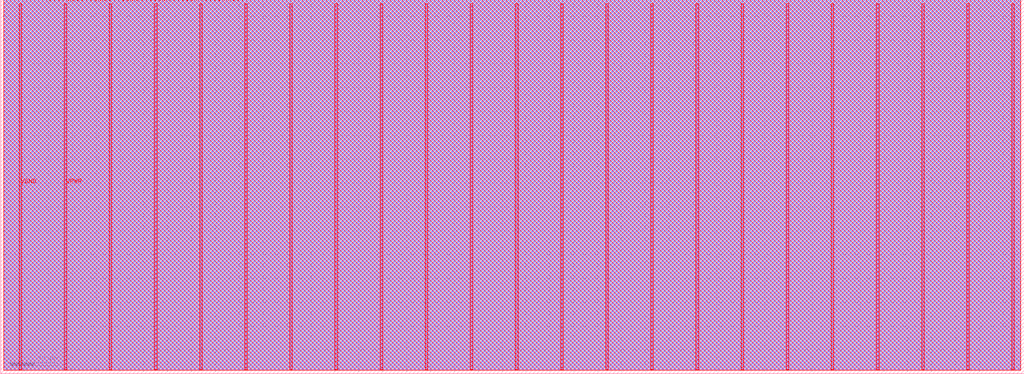
<source format=lef>
VERSION 5.8 ;
BUSBITCHARS "[]" ;
DIVIDERCHAR "/" ;
UNITS
    DATABASE MICRONS 1000 ;
END UNITS

VIA tt_um_urish_silife_max_via1_2_2200_440_1_5_410_410
  VIARULE via1Array ;
  CUTSIZE 0.19 0.19 ;
  LAYERS Metal1 Via1 Metal2 ;
  CUTSPACING 0.22 0.22 ;
  ENCLOSURE 0.01 0.125 0.05 0.005 ;
  ROWCOL 1 5 ;
END tt_um_urish_silife_max_via1_2_2200_440_1_5_410_410

VIA tt_um_urish_silife_max_via2_3_2200_440_1_5_410_410
  VIARULE via2Array ;
  CUTSIZE 0.19 0.19 ;
  LAYERS Metal2 Via2 Metal3 ;
  CUTSPACING 0.22 0.22 ;
  ENCLOSURE 0.05 0.005 0.005 0.05 ;
  ROWCOL 1 5 ;
END tt_um_urish_silife_max_via2_3_2200_440_1_5_410_410

VIA tt_um_urish_silife_max_via3_4_2200_440_1_5_410_410
  VIARULE via3Array ;
  CUTSIZE 0.19 0.19 ;
  LAYERS Metal3 Via3 Metal4 ;
  CUTSPACING 0.22 0.22 ;
  ENCLOSURE 0.005 0.05 0.05 0.005 ;
  ROWCOL 1 5 ;
END tt_um_urish_silife_max_via3_4_2200_440_1_5_410_410

VIA tt_um_urish_silife_max_via4_5_2200_440_1_5_410_410
  VIARULE via4Array ;
  CUTSIZE 0.19 0.19 ;
  LAYERS Metal4 Via4 Metal5 ;
  CUTSPACING 0.22 0.22 ;
  ENCLOSURE 0.05 0.005 0.185 0.05 ;
  ROWCOL 1 5 ;
END tt_um_urish_silife_max_via4_5_2200_440_1_5_410_410

MACRO tt_um_urish_silife_max
  FOREIGN tt_um_urish_silife_max 0 0 ;
  CLASS BLOCK ;
  SIZE 857.28 BY 313.74 ;
  PIN clk
    DIRECTION INPUT ;
    USE SIGNAL ;
    PORT
      LAYER Metal5 ;
        RECT  198.57 312.74 198.87 313.74 ;
    END
  END clk
  PIN ena
    DIRECTION INPUT ;
    USE SIGNAL ;
    PORT
      LAYER Metal5 ;
        RECT  202.41 312.74 202.71 313.74 ;
    END
  END ena
  PIN rst_n
    DIRECTION INPUT ;
    USE SIGNAL ;
    PORT
      LAYER Metal5 ;
        RECT  194.73 312.74 195.03 313.74 ;
    END
  END rst_n
  PIN ui_in[0]
    DIRECTION INPUT ;
    USE SIGNAL ;
    PORT
      LAYER Metal5 ;
        RECT  190.89 312.74 191.19 313.74 ;
    END
  END ui_in[0]
  PIN ui_in[1]
    DIRECTION INPUT ;
    USE SIGNAL ;
    PORT
      LAYER Metal5 ;
        RECT  187.05 312.74 187.35 313.74 ;
    END
  END ui_in[1]
  PIN ui_in[2]
    DIRECTION INPUT ;
    USE SIGNAL ;
    PORT
      LAYER Metal5 ;
        RECT  183.21 312.74 183.51 313.74 ;
    END
  END ui_in[2]
  PIN ui_in[3]
    DIRECTION INPUT ;
    USE SIGNAL ;
    PORT
      LAYER Metal5 ;
        RECT  179.37 312.74 179.67 313.74 ;
    END
  END ui_in[3]
  PIN ui_in[4]
    DIRECTION INPUT ;
    USE SIGNAL ;
    PORT
      LAYER Metal5 ;
        RECT  175.53 312.74 175.83 313.74 ;
    END
  END ui_in[4]
  PIN ui_in[5]
    DIRECTION INPUT ;
    USE SIGNAL ;
    PORT
      LAYER Metal5 ;
        RECT  171.69 312.74 171.99 313.74 ;
    END
  END ui_in[5]
  PIN ui_in[6]
    DIRECTION INPUT ;
    USE SIGNAL ;
    PORT
      LAYER Metal5 ;
        RECT  167.85 312.74 168.15 313.74 ;
    END
  END ui_in[6]
  PIN ui_in[7]
    DIRECTION INPUT ;
    USE SIGNAL ;
    PORT
      LAYER Metal5 ;
        RECT  164.01 312.74 164.31 313.74 ;
    END
  END ui_in[7]
  PIN uio_in[0]
    DIRECTION INPUT ;
    USE SIGNAL ;
    PORT
      LAYER Metal5 ;
        RECT  160.17 312.74 160.47 313.74 ;
    END
  END uio_in[0]
  PIN uio_in[1]
    DIRECTION INPUT ;
    USE SIGNAL ;
    PORT
      LAYER Metal5 ;
        RECT  156.33 312.74 156.63 313.74 ;
    END
  END uio_in[1]
  PIN uio_in[2]
    DIRECTION INPUT ;
    USE SIGNAL ;
    PORT
      LAYER Metal5 ;
        RECT  152.49 312.74 152.79 313.74 ;
    END
  END uio_in[2]
  PIN uio_in[3]
    DIRECTION INPUT ;
    USE SIGNAL ;
    PORT
      LAYER Metal5 ;
        RECT  148.65 312.74 148.95 313.74 ;
    END
  END uio_in[3]
  PIN uio_in[4]
    DIRECTION INPUT ;
    USE SIGNAL ;
    PORT
      LAYER Metal5 ;
        RECT  144.81 312.74 145.11 313.74 ;
    END
  END uio_in[4]
  PIN uio_in[5]
    DIRECTION INPUT ;
    USE SIGNAL ;
    PORT
      LAYER Metal5 ;
        RECT  140.97 312.74 141.27 313.74 ;
    END
  END uio_in[5]
  PIN uio_in[6]
    DIRECTION INPUT ;
    USE SIGNAL ;
    PORT
      LAYER Metal5 ;
        RECT  137.13 312.74 137.43 313.74 ;
    END
  END uio_in[6]
  PIN uio_in[7]
    DIRECTION INPUT ;
    USE SIGNAL ;
    PORT
      LAYER Metal5 ;
        RECT  133.29 312.74 133.59 313.74 ;
    END
  END uio_in[7]
  PIN uio_oe[0]
    DIRECTION OUTPUT ;
    USE SIGNAL ;
    PORT
      LAYER Metal5 ;
        RECT  68.01 312.74 68.31 313.74 ;
    END
  END uio_oe[0]
  PIN uio_oe[1]
    DIRECTION OUTPUT ;
    USE SIGNAL ;
    PORT
      LAYER Metal5 ;
        RECT  64.17 312.74 64.47 313.74 ;
    END
  END uio_oe[1]
  PIN uio_oe[2]
    DIRECTION OUTPUT ;
    USE SIGNAL ;
    PORT
      LAYER Metal5 ;
        RECT  60.33 312.74 60.63 313.74 ;
    END
  END uio_oe[2]
  PIN uio_oe[3]
    DIRECTION OUTPUT ;
    USE SIGNAL ;
    PORT
      LAYER Metal5 ;
        RECT  56.49 312.74 56.79 313.74 ;
    END
  END uio_oe[3]
  PIN uio_oe[4]
    DIRECTION OUTPUT ;
    USE SIGNAL ;
    PORT
      LAYER Metal5 ;
        RECT  52.65 312.74 52.95 313.74 ;
    END
  END uio_oe[4]
  PIN uio_oe[5]
    DIRECTION OUTPUT ;
    USE SIGNAL ;
    PORT
      LAYER Metal5 ;
        RECT  48.81 312.74 49.11 313.74 ;
    END
  END uio_oe[5]
  PIN uio_oe[6]
    DIRECTION OUTPUT ;
    USE SIGNAL ;
    PORT
      LAYER Metal5 ;
        RECT  44.97 312.74 45.27 313.74 ;
    END
  END uio_oe[6]
  PIN uio_oe[7]
    DIRECTION OUTPUT ;
    USE SIGNAL ;
    PORT
      LAYER Metal5 ;
        RECT  41.13 312.74 41.43 313.74 ;
    END
  END uio_oe[7]
  PIN uio_out[0]
    DIRECTION OUTPUT ;
    USE SIGNAL ;
    PORT
      LAYER Metal5 ;
        RECT  98.73 312.74 99.03 313.74 ;
    END
  END uio_out[0]
  PIN uio_out[1]
    DIRECTION OUTPUT ;
    USE SIGNAL ;
    PORT
      LAYER Metal5 ;
        RECT  94.89 312.74 95.19 313.74 ;
    END
  END uio_out[1]
  PIN uio_out[2]
    DIRECTION OUTPUT ;
    USE SIGNAL ;
    PORT
      LAYER Metal5 ;
        RECT  91.05 312.74 91.35 313.74 ;
    END
  END uio_out[2]
  PIN uio_out[3]
    DIRECTION OUTPUT ;
    USE SIGNAL ;
    PORT
      LAYER Metal5 ;
        RECT  87.21 312.74 87.51 313.74 ;
    END
  END uio_out[3]
  PIN uio_out[4]
    DIRECTION OUTPUT ;
    USE SIGNAL ;
    PORT
      LAYER Metal5 ;
        RECT  83.37 312.74 83.67 313.74 ;
    END
  END uio_out[4]
  PIN uio_out[5]
    DIRECTION OUTPUT ;
    USE SIGNAL ;
    PORT
      LAYER Metal5 ;
        RECT  79.53 312.74 79.83 313.74 ;
    END
  END uio_out[5]
  PIN uio_out[6]
    DIRECTION OUTPUT ;
    USE SIGNAL ;
    PORT
      LAYER Metal5 ;
        RECT  75.69 312.74 75.99 313.74 ;
    END
  END uio_out[6]
  PIN uio_out[7]
    DIRECTION OUTPUT ;
    USE SIGNAL ;
    PORT
      LAYER Metal5 ;
        RECT  71.85 312.74 72.15 313.74 ;
    END
  END uio_out[7]
  PIN uo_out[0]
    DIRECTION OUTPUT ;
    USE SIGNAL ;
    PORT
      LAYER Metal5 ;
        RECT  129.45 312.74 129.75 313.74 ;
    END
  END uo_out[0]
  PIN uo_out[1]
    DIRECTION OUTPUT ;
    USE SIGNAL ;
    PORT
      LAYER Metal5 ;
        RECT  125.61 312.74 125.91 313.74 ;
    END
  END uo_out[1]
  PIN uo_out[2]
    DIRECTION OUTPUT ;
    USE SIGNAL ;
    PORT
      LAYER Metal5 ;
        RECT  121.77 312.74 122.07 313.74 ;
    END
  END uo_out[2]
  PIN uo_out[3]
    DIRECTION OUTPUT ;
    USE SIGNAL ;
    PORT
      LAYER Metal5 ;
        RECT  117.93 312.74 118.23 313.74 ;
    END
  END uo_out[3]
  PIN uo_out[4]
    DIRECTION OUTPUT ;
    USE SIGNAL ;
    PORT
      LAYER Metal5 ;
        RECT  114.09 312.74 114.39 313.74 ;
    END
  END uo_out[4]
  PIN uo_out[5]
    DIRECTION OUTPUT ;
    USE SIGNAL ;
    PORT
      LAYER Metal5 ;
        RECT  110.25 312.74 110.55 313.74 ;
    END
  END uo_out[5]
  PIN uo_out[6]
    DIRECTION OUTPUT ;
    USE SIGNAL ;
    PORT
      LAYER Metal5 ;
        RECT  106.41 312.74 106.71 313.74 ;
    END
  END uo_out[6]
  PIN uo_out[7]
    DIRECTION OUTPUT ;
    USE SIGNAL ;
    PORT
      LAYER Metal5 ;
        RECT  102.57 312.74 102.87 313.74 ;
    END
  END uo_out[7]
  PIN VGND
    DIRECTION INOUT ;
    USE GROUND ;
    PORT
      LAYER Metal5 ;
        RECT  846.98 3.56 849.18 310.18 ;
        RECT  771.38 3.56 773.58 310.18 ;
        RECT  695.78 3.56 697.98 310.18 ;
        RECT  620.18 3.56 622.38 310.18 ;
        RECT  544.58 3.56 546.78 310.18 ;
        RECT  468.98 3.56 471.18 310.18 ;
        RECT  393.38 3.56 395.58 310.18 ;
        RECT  317.78 3.56 319.98 310.18 ;
        RECT  242.18 3.56 244.38 310.18 ;
        RECT  166.58 3.56 168.78 310.18 ;
        RECT  90.98 3.56 93.18 310.18 ;
        RECT  15.38 3.56 17.58 310.18 ;
    END
  END VGND
  PIN VPWR
    DIRECTION INOUT ;
    USE POWER ;
    PORT
      LAYER Metal5 ;
        RECT  809.18 3.56 811.38 310.18 ;
        RECT  733.58 3.56 735.78 310.18 ;
        RECT  657.98 3.56 660.18 310.18 ;
        RECT  582.38 3.56 584.58 310.18 ;
        RECT  506.78 3.56 508.98 310.18 ;
        RECT  431.18 3.56 433.38 310.18 ;
        RECT  355.58 3.56 357.78 310.18 ;
        RECT  279.98 3.56 282.18 310.18 ;
        RECT  204.38 3.56 206.58 310.18 ;
        RECT  128.78 3.56 130.98 310.18 ;
        RECT  53.18 3.56 55.38 310.18 ;
    END
  END VPWR
  OBS
    LAYER Metal1 ;
     RECT  2.605 2.795 854.4 313.74 ;
    LAYER Metal2 ;
     RECT  2.605 2.795 854.4 313.74 ;
    LAYER Metal3 ;
     RECT  2.605 2.795 854.4 313.74 ;
    LAYER Metal4 ;
     RECT  2.605 2.795 854.4 313.74 ;
    LAYER Metal5 ;
     RECT  2.605 2.795 854.4 313.74 ;
  END
END tt_um_urish_silife_max
END LIBRARY

</source>
